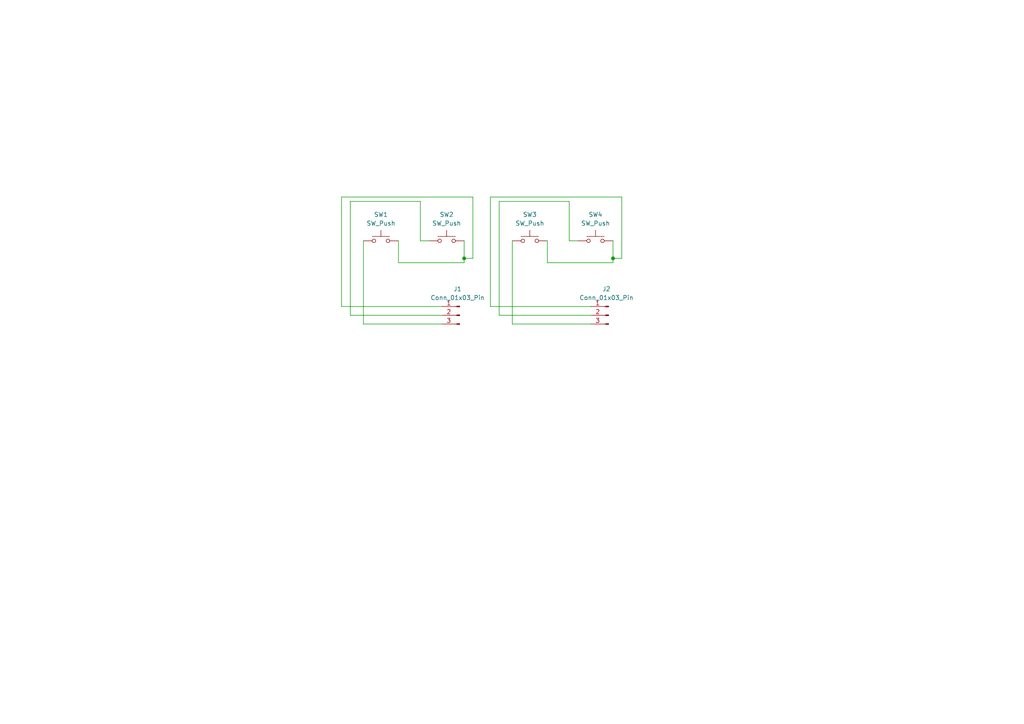
<source format=kicad_sch>
(kicad_sch (version 20230121) (generator eeschema)
  (paper "A4")
  (lib_symbols
    (symbol "Connector:Conn_01x03_Pin" (pin_names (offset 1.016) hide)
      (property "Reference" "J" (at 0 5.08 0))
      (property "Value" "Conn_01x03_Pin" (at 0 -5.08 0))
      (symbol "Conn_01x03_Pin_1_1"
        (polyline (pts (xy 1.27 -2.54) (xy 0.8636 -2.54)) (stroke (width 0.1524)))
        (polyline (pts (xy 1.27 0) (xy 0.8636 0)) (stroke (width 0.1524)))
        (polyline (pts (xy 1.27 2.54) (xy 0.8636 2.54)) (stroke (width 0.1524)))
        (rectangle (start 0.8636 -2.413) (end 0 -2.667) (stroke (width 0.1524)) (fill (type outline)))
        (rectangle (start 0.8636 0.127) (end 0 -0.127) (stroke (width 0.1524)) (fill (type outline)))
        (rectangle (start 0.8636 2.667) (end 0 2.413) (stroke (width 0.1524)) (fill (type outline)))
        (pin passive line (at 5.08 2.54 180) (length 3.81) (name "Pin_1") (number "1"))
        (pin passive line (at 5.08 0 180) (length 3.81) (name "Pin_2") (number "2"))
        (pin passive line (at 5.08 -2.54 180) (length 3.81) (name "Pin_3") (number "3"))
      )
    )
    (symbol "Switch:SW_Push" (pin_numbers hide) (pin_names (offset 1.016) hide)
      (property "Reference" "SW" (at 1.27 2.54 0))
      (property "Value" "SW_Push" (at 0 -1.524 0))
      (symbol "SW_Push_0_1"
        (circle (center -2.032 0) (radius 0.508))
        (polyline (pts (xy 0 1.27) (xy 0 3.048)))
        (polyline (pts (xy 2.54 1.27) (xy -2.54 1.27)))
        (circle (center 2.032 0) (radius 0.508))
        (pin passive line (at -5.08 0 0) (length 2.54) (name "1") (number "1"))
        (pin passive line (at 5.08 0 180) (length 2.54) (name "2") (number "2"))
      )
    )
  )
  (junction (at 177.8 74.93))
  (junction (at 134.62 74.93))
  (wire (pts (xy 134.62 74.93) (xy 137.16 74.93)))
  (wire (pts (xy 148.59 69.85) (xy 148.59 93.98)))
  (wire (pts (xy 165.1 58.42) (xy 165.1 69.85)))
  (wire (pts (xy 105.41 69.85) (xy 105.41 93.98)))
  (wire (pts (xy 142.24 57.15) (xy 142.24 88.9)))
  (wire (pts (xy 134.62 76.2) (xy 134.62 74.93)))
  (wire (pts (xy 142.24 57.15) (xy 180.34 57.15)))
  (wire (pts (xy 99.06 57.15) (xy 99.06 88.9)))
  (wire (pts (xy 177.8 74.93) (xy 177.8 69.85)))
  (wire (pts (xy 158.75 76.2) (xy 177.8 76.2)))
  (wire (pts (xy 137.16 57.15) (xy 137.16 74.93)))
  (wire (pts (xy 158.75 69.85) (xy 158.75 76.2)))
  (wire (pts (xy 99.06 57.15) (xy 137.16 57.15)))
  (wire (pts (xy 148.59 93.98) (xy 171.45 93.98)))
  (wire (pts (xy 101.6 58.42) (xy 121.92 58.42)))
  (wire (pts (xy 180.34 57.15) (xy 180.34 74.93)))
  (wire (pts (xy 171.45 91.44) (xy 144.78 91.44)))
  (wire (pts (xy 177.8 74.93) (xy 180.34 74.93)))
  (wire (pts (xy 121.92 69.85) (xy 124.46 69.85)))
  (wire (pts (xy 165.1 69.85) (xy 167.64 69.85)))
  (wire (pts (xy 177.8 76.2) (xy 177.8 74.93)))
  (wire (pts (xy 105.41 93.98) (xy 128.27 93.98)))
  (wire (pts (xy 134.62 74.93) (xy 134.62 69.85)))
  (wire (pts (xy 128.27 91.44) (xy 101.6 91.44)))
  (wire (pts (xy 142.24 88.9) (xy 171.45 88.9)))
  (wire (pts (xy 115.57 69.85) (xy 115.57 76.2)))
  (wire (pts (xy 99.06 88.9) (xy 128.27 88.9)))
  (wire (pts (xy 101.6 91.44) (xy 101.6 58.42)))
  (wire (pts (xy 115.57 76.2) (xy 134.62 76.2)))
  (wire (pts (xy 121.92 58.42) (xy 121.92 69.85)))
  (wire (pts (xy 144.78 58.42) (xy 165.1 58.42)))
  (wire (pts (xy 144.78 91.44) (xy 144.78 58.42)))
  (symbol (lib_id "Switch:SW_Push") (at 153.67 69.85 0) (unit 1)
    (property "Reference" "SW3" (at 153.67 62.23 0))
    (property "Value" "SW_Push" (at 153.67 64.77 0))
    (property "Footprint" "Button_Switch_THT:SW_PUSH_6mm_H5mm" (effects hide))
  )
  (symbol (lib_id "Connector:Conn_01x03_Pin") (at 133.35 91.44 0) (mirror y) (unit 1)
    (property "Reference" "J1" (at 132.715 83.82 0))
    (property "Value" "Conn_01x03_Pin" (at 132.715 86.36 0))
    (property "Footprint" "Connector_PinHeader_2.54mm:PinHeader_1x03_P2.54mm_Vertical" (effects hide))
  )
  (symbol (lib_id "Switch:SW_Push") (at 129.54 69.85 0) (unit 1)
    (property "Reference" "SW2" (at 129.54 62.23 0))
    (property "Value" "SW_Push" (at 129.54 64.77 0))
    (property "Footprint" "Button_Switch_THT:SW_PUSH_6mm_H5mm" (effects hide))
  )
  (symbol (lib_id "Connector:Conn_01x03_Pin") (at 176.53 91.44 0) (mirror y) (unit 1)
    (property "Reference" "J2" (at 175.895 83.82 0))
    (property "Value" "Conn_01x03_Pin" (at 175.895 86.36 0))
    (property "Footprint" "Connector_PinHeader_2.54mm:PinHeader_1x03_P2.54mm_Vertical" (effects hide))
  )
  (symbol (lib_id "Switch:SW_Push") (at 110.49 69.85 0) (unit 1)
    (property "Reference" "SW1" (at 110.49 62.23 0))
    (property "Value" "SW_Push" (at 110.49 64.77 0))
    (property "Footprint" "Button_Switch_THT:SW_PUSH_6mm_H5mm" (effects hide))
  )
  (symbol (lib_id "Switch:SW_Push") (at 172.72 69.85 0) (unit 1)
    (property "Reference" "SW4" (at 172.72 62.23 0))
    (property "Value" "SW_Push" (at 172.72 64.77 0))
    (property "Footprint" "Button_Switch_THT:SW_PUSH_6mm_H5mm" (effects hide))
  )
)
</source>
